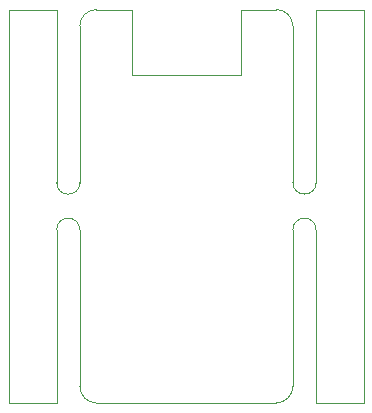
<source format=gm1>
%TF.GenerationSoftware,KiCad,Pcbnew,(5.1.9)-1*%
%TF.CreationDate,2021-01-02T15:49:45+08:00*%
%TF.ProjectId,akami,616b616d-692e-46b6-9963-61645f706362,rev?*%
%TF.SameCoordinates,Original*%
%TF.FileFunction,Profile,NP*%
%FSLAX46Y46*%
G04 Gerber Fmt 4.6, Leading zero omitted, Abs format (unit mm)*
G04 Created by KiCad (PCBNEW (5.1.9)-1) date 2021-01-02 15:49:45*
%MOMM*%
%LPD*%
G01*
G04 APERTURE LIST*
%TA.AperFunction,Profile*%
%ADD10C,0.050000*%
%TD*%
G04 APERTURE END LIST*
D10*
X-9020000Y2000000D02*
G75*
G02*
X-10980000Y2000000I-980000J0D01*
G01*
X-10980000Y-2000000D02*
G75*
G02*
X-9020000Y-2000000I980000J0D01*
G01*
X-9020000Y-2000000D02*
X-9020000Y-15250000D01*
X-10980000Y2000000D02*
X-10980000Y16650000D01*
X-10980000Y-2000000D02*
X-10980000Y-16650000D01*
X-10980000Y16650000D02*
X-15000000Y16650000D01*
X-10980000Y-16650000D02*
X-15000000Y-16650000D01*
X-15000000Y-16650000D02*
X-15000000Y16650000D01*
X10980000Y-16650000D02*
X15000000Y-16650000D01*
X10980000Y-2000000D02*
X10980000Y-16650000D01*
X15000000Y16650000D02*
X15000000Y-16650000D01*
X10980000Y16650000D02*
X15000000Y16650000D01*
X10980000Y2000000D02*
X10980000Y16650000D01*
X9020000Y-2000000D02*
G75*
G02*
X10980000Y-2000000I980000J0D01*
G01*
X10980000Y2000000D02*
G75*
G02*
X9020000Y2000000I-980000J0D01*
G01*
X9020000Y-2000000D02*
X9020000Y-15250000D01*
X-4600000Y11150000D02*
X4600000Y11150000D01*
X-4600000Y12050000D02*
X-4600000Y11150000D01*
X4600000Y11150000D02*
X4600000Y16650000D01*
X-4600000Y16650000D02*
X-4600000Y12050000D01*
X4600000Y16650000D02*
X7620000Y16650000D01*
X7620000Y16650000D02*
G75*
G02*
X9020000Y15250000I0J-1400000D01*
G01*
X-9020000Y15250000D02*
G75*
G02*
X-7620000Y16650000I1400000J0D01*
G01*
X9020000Y-15250000D02*
G75*
G02*
X7620000Y-16650000I-1400000J0D01*
G01*
X-7620000Y-16650000D02*
G75*
G02*
X-9020000Y-15250000I0J1400000D01*
G01*
X-9020000Y15250000D02*
X-9020000Y2000000D01*
X-7620000Y-16650000D02*
X7620000Y-16650000D01*
X9020000Y15250000D02*
X9020000Y2000000D01*
X-7620000Y16650000D02*
X-4600000Y16650000D01*
M02*

</source>
